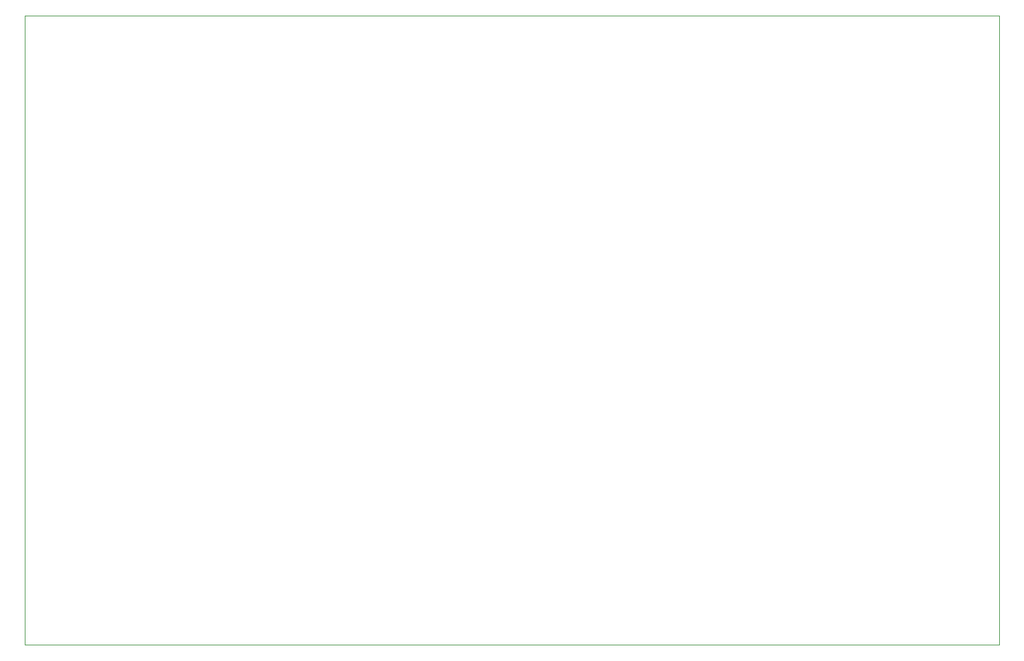
<source format=gm1>
G04 #@! TF.GenerationSoftware,KiCad,Pcbnew,(5.1.5)-3*
G04 #@! TF.CreationDate,2021-07-25T13:57:05-05:00*
G04 #@! TF.ProjectId,IRF510-Amplifier,49524635-3130-42d4-916d-706c69666965,rev?*
G04 #@! TF.SameCoordinates,Original*
G04 #@! TF.FileFunction,Profile,NP*
%FSLAX46Y46*%
G04 Gerber Fmt 4.6, Leading zero omitted, Abs format (unit mm)*
G04 Created by KiCad (PCBNEW (5.1.5)-3) date 2021-07-25 13:57:05*
%MOMM*%
%LPD*%
G04 APERTURE LIST*
%ADD10C,0.100000*%
G04 APERTURE END LIST*
D10*
X202000000Y-19800000D02*
X202000000Y-101400000D01*
X75600000Y-19800000D02*
X202000000Y-19800000D01*
X75600000Y-101400000D02*
X75600000Y-19800000D01*
X202000000Y-101400000D02*
X75600000Y-101400000D01*
M02*

</source>
